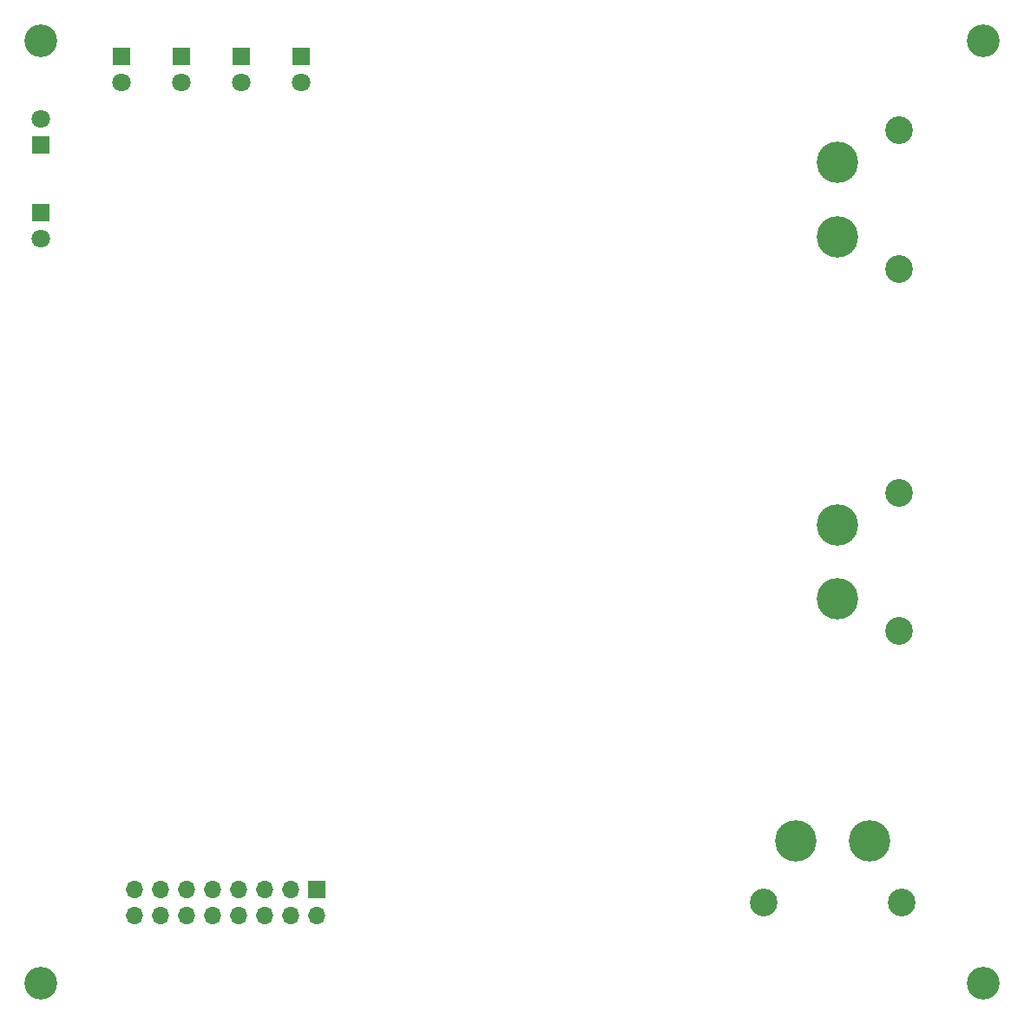
<source format=gbr>
%TF.GenerationSoftware,KiCad,Pcbnew,7.0.7*%
%TF.CreationDate,2023-12-04T17:46:37+09:00*%
%TF.ProjectId,AltairMD_V6,416c7461-6972-44d4-945f-56362e6b6963,rev?*%
%TF.SameCoordinates,Original*%
%TF.FileFunction,Soldermask,Bot*%
%TF.FilePolarity,Negative*%
%FSLAX46Y46*%
G04 Gerber Fmt 4.6, Leading zero omitted, Abs format (unit mm)*
G04 Created by KiCad (PCBNEW 7.0.7) date 2023-12-04 17:46:37*
%MOMM*%
%LPD*%
G01*
G04 APERTURE LIST*
%ADD10C,2.700000*%
%ADD11C,4.050000*%
%ADD12R,1.800000X1.800000*%
%ADD13C,1.800000*%
%ADD14C,3.200000*%
%ADD15R,1.700000X1.700000*%
%ADD16O,1.700000X1.700000*%
G04 APERTURE END LIST*
D10*
%TO.C,J2*%
X193960000Y-98450000D03*
X193960000Y-111950000D03*
D11*
X187960000Y-108800000D03*
X187960000Y-101600000D03*
%TD*%
D10*
%TO.C,J1*%
X194246000Y-138430000D03*
X180746000Y-138430000D03*
D11*
X183896000Y-132430000D03*
X191096000Y-132430000D03*
%TD*%
D12*
%TO.C,D3*%
X118110000Y-55880000D03*
D13*
X118110000Y-58420000D03*
%TD*%
D14*
%TO.C,H1*%
X110236000Y-54356000D03*
%TD*%
%TO.C,H2*%
X202184000Y-54356000D03*
%TD*%
%TO.C,H4*%
X202184000Y-146304000D03*
%TD*%
D12*
%TO.C,D5*%
X129794000Y-55880000D03*
D13*
X129794000Y-58420000D03*
%TD*%
D12*
%TO.C,D4*%
X123952000Y-55880000D03*
D13*
X123952000Y-58420000D03*
%TD*%
D12*
%TO.C,D1*%
X110236000Y-64516000D03*
D13*
X110236000Y-61976000D03*
%TD*%
D10*
%TO.C,J4*%
X193960000Y-63100000D03*
X193960000Y-76600000D03*
D11*
X187960000Y-73450000D03*
X187960000Y-66250000D03*
%TD*%
D15*
%TO.C,J3*%
X137160000Y-137160000D03*
D16*
X137160000Y-139700000D03*
X134620000Y-137160000D03*
X134620000Y-139700000D03*
X132080000Y-137160000D03*
X132080000Y-139700000D03*
X129540000Y-137160000D03*
X129540000Y-139700000D03*
X127000000Y-137160000D03*
X127000000Y-139700000D03*
X124460000Y-137160000D03*
X124460000Y-139700000D03*
X121920000Y-137160000D03*
X121920000Y-139700000D03*
X119380000Y-137160000D03*
X119380000Y-139700000D03*
%TD*%
D14*
%TO.C,H3*%
X110236000Y-146304000D03*
%TD*%
D12*
%TO.C,D2*%
X110236000Y-71146000D03*
D13*
X110236000Y-73686000D03*
%TD*%
D12*
%TO.C,D6*%
X135636000Y-55880000D03*
D13*
X135636000Y-58420000D03*
%TD*%
M02*

</source>
